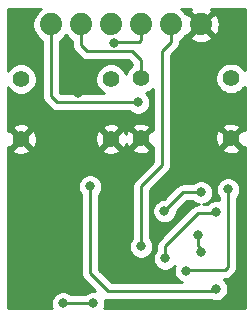
<source format=gbr>
%TF.GenerationSoftware,KiCad,Pcbnew,(5.1.9)-1*%
%TF.CreationDate,2021-04-24T16:12:05+02:00*%
%TF.ProjectId,PwdToken,50776454-6f6b-4656-9e2e-6b696361645f,rev?*%
%TF.SameCoordinates,Original*%
%TF.FileFunction,Copper,L2,Bot*%
%TF.FilePolarity,Positive*%
%FSLAX46Y46*%
G04 Gerber Fmt 4.6, Leading zero omitted, Abs format (unit mm)*
G04 Created by KiCad (PCBNEW (5.1.9)-1) date 2021-04-24 16:12:05*
%MOMM*%
%LPD*%
G01*
G04 APERTURE LIST*
%TA.AperFunction,ComponentPad*%
%ADD10C,1.397000*%
%TD*%
%TA.AperFunction,ComponentPad*%
%ADD11C,1.879600*%
%TD*%
%TA.AperFunction,ViaPad*%
%ADD12C,0.800000*%
%TD*%
%TA.AperFunction,Conductor*%
%ADD13C,0.250000*%
%TD*%
%TA.AperFunction,Conductor*%
%ADD14C,0.254000*%
%TD*%
%TA.AperFunction,Conductor*%
%ADD15C,0.100000*%
%TD*%
G04 APERTURE END LIST*
D10*
%TO.P,SW1,2*%
%TO.N,GND*%
X83820000Y-50860001D03*
%TO.P,SW1,1*%
%TO.N,Net-(J2-Pad4)*%
X83820000Y-45780001D03*
%TO.P,SW1,2*%
%TO.N,GND*%
X91440000Y-50860001D03*
%TO.P,SW1,1*%
%TO.N,Net-(J2-Pad4)*%
X91440000Y-45780001D03*
%TD*%
D11*
%TO.P,J2,6*%
%TO.N,GND*%
X99060000Y-41148000D03*
%TO.P,J2,5*%
%TO.N,VCC*%
X96520000Y-41148000D03*
%TO.P,J2,4*%
%TO.N,Net-(J2-Pad4)*%
X93980000Y-41148000D03*
%TO.P,J2,3*%
%TO.N,Net-(J2-Pad3)*%
X91440000Y-41148000D03*
%TO.P,J2,2*%
%TO.N,Net-(J2-Pad2)*%
X88900000Y-41148000D03*
%TO.P,J2,1*%
%TO.N,Net-(J2-Pad1)*%
X86360000Y-41148000D03*
%TD*%
D10*
%TO.P,SW2,2*%
%TO.N,GND*%
X93980000Y-50800000D03*
%TO.P,SW2,1*%
%TO.N,Net-(J2-Pad2)*%
X93980000Y-45720000D03*
%TO.P,SW2,2*%
%TO.N,GND*%
X101600000Y-50800000D03*
%TO.P,SW2,1*%
%TO.N,Net-(J2-Pad2)*%
X101600000Y-45720000D03*
%TD*%
D12*
%TO.N,GND*%
X84328000Y-53604010D03*
X86614000Y-60706000D03*
X88646000Y-46990000D03*
X87884000Y-44196000D03*
%TO.N,Net-(D2-Pad1)*%
X89916000Y-64770000D03*
X87376000Y-64770000D03*
%TO.N,VCC*%
X93980000Y-59944000D03*
%TO.N,Net-(R2-Pad1)*%
X96012000Y-60960000D03*
X100330000Y-57055000D03*
%TO.N,Net-(R3-Pad1)*%
X95963020Y-56944980D03*
X99060000Y-55372000D03*
%TO.N,Net-(J2-Pad4)*%
X91694000Y-42709000D03*
X89662000Y-54864000D03*
X100325347Y-63537000D03*
%TO.N,Net-(J2-Pad3)*%
X98806000Y-58965000D03*
X99060000Y-60415000D03*
%TO.N,Net-(J2-Pad2)*%
X101346000Y-55118000D03*
X97790000Y-62005000D03*
%TO.N,Net-(J2-Pad1)*%
X93726000Y-47752000D03*
%TD*%
D13*
%TO.N,Net-(D2-Pad1)*%
X89916000Y-64770000D02*
X88138000Y-64770000D01*
X88138000Y-64770000D02*
X87376000Y-64770000D01*
%TO.N,VCC*%
X93980000Y-54864000D02*
X93980000Y-59944000D01*
X95758000Y-53086000D02*
X93980000Y-54864000D01*
X95758000Y-43434000D02*
X95758000Y-53086000D01*
X96520000Y-42672000D02*
X95758000Y-43434000D01*
X96520000Y-41148000D02*
X96520000Y-42672000D01*
%TO.N,Net-(R2-Pad1)*%
X96012000Y-60960000D02*
X96012000Y-59944000D01*
X96012000Y-59944000D02*
X98806000Y-57150000D01*
X100235000Y-57150000D02*
X100330000Y-57055000D01*
X98806000Y-57150000D02*
X100235000Y-57150000D01*
%TO.N,Net-(R3-Pad1)*%
X95963020Y-56944980D02*
X97536000Y-55372000D01*
X97536000Y-55372000D02*
X98806000Y-55372000D01*
X98806000Y-55372000D02*
X99060000Y-55372000D01*
%TO.N,Net-(J2-Pad4)*%
X93980000Y-42477077D02*
X93785077Y-42672000D01*
X93980000Y-41148000D02*
X93980000Y-42477077D01*
X91731000Y-42672000D02*
X91694000Y-42709000D01*
X93785077Y-42672000D02*
X91731000Y-42672000D01*
X89662000Y-54864000D02*
X89662000Y-62230000D01*
X89662000Y-62230000D02*
X91186000Y-63754000D01*
X100108347Y-63754000D02*
X100325347Y-63537000D01*
X91186000Y-63754000D02*
X100108347Y-63754000D01*
%TO.N,Net-(J2-Pad3)*%
X98806000Y-58965000D02*
X98806000Y-59944000D01*
X99060000Y-60198000D02*
X99060000Y-60415000D01*
X98806000Y-59944000D02*
X99060000Y-60198000D01*
%TO.N,Net-(J2-Pad2)*%
X93980000Y-45720000D02*
X93980000Y-44196000D01*
X93980000Y-44196000D02*
X93218000Y-43434000D01*
X93218000Y-43434000D02*
X89408000Y-43434000D01*
X88900000Y-42926000D02*
X88900000Y-41148000D01*
X89408000Y-43434000D02*
X88900000Y-42926000D01*
X101346000Y-55118000D02*
X101346000Y-61722000D01*
X101346000Y-61722000D02*
X101092000Y-61976000D01*
X97819000Y-61976000D02*
X97790000Y-62005000D01*
X101092000Y-61976000D02*
X97819000Y-61976000D01*
%TO.N,Net-(J2-Pad1)*%
X86360000Y-47244000D02*
X86360000Y-41148000D01*
X86868000Y-47752000D02*
X86360000Y-47244000D01*
X93726000Y-47752000D02*
X86868000Y-47752000D01*
%TD*%
D14*
%TO.N,GND*%
X85356123Y-39924773D02*
X85136773Y-40144123D01*
X84964430Y-40402052D01*
X84845718Y-40688648D01*
X84785200Y-40992896D01*
X84785200Y-41303104D01*
X84845718Y-41607352D01*
X84964430Y-41893948D01*
X85136773Y-42151877D01*
X85356123Y-42371227D01*
X85600001Y-42534181D01*
X85600000Y-47206677D01*
X85596324Y-47244000D01*
X85600000Y-47281322D01*
X85600000Y-47281332D01*
X85610997Y-47392985D01*
X85631251Y-47459753D01*
X85654454Y-47536246D01*
X85725026Y-47668276D01*
X85764871Y-47716826D01*
X85819999Y-47784001D01*
X85849002Y-47807803D01*
X86304200Y-48263002D01*
X86327999Y-48292001D01*
X86443724Y-48386974D01*
X86575753Y-48457546D01*
X86719014Y-48501003D01*
X86830667Y-48512000D01*
X86830676Y-48512000D01*
X86867999Y-48515676D01*
X86905322Y-48512000D01*
X93022289Y-48512000D01*
X93066226Y-48555937D01*
X93235744Y-48669205D01*
X93424102Y-48747226D01*
X93624061Y-48787000D01*
X93827939Y-48787000D01*
X94027898Y-48747226D01*
X94216256Y-48669205D01*
X94385774Y-48555937D01*
X94529937Y-48411774D01*
X94643205Y-48242256D01*
X94721226Y-48053898D01*
X94761000Y-47853939D01*
X94761000Y-47650061D01*
X94721226Y-47450102D01*
X94643205Y-47261744D01*
X94529937Y-47092226D01*
X94419170Y-46981459D01*
X94611649Y-46901732D01*
X94830057Y-46755797D01*
X94998000Y-46587854D01*
X94998001Y-50084225D01*
X94900197Y-50059408D01*
X94159605Y-50800000D01*
X94900197Y-51540592D01*
X94998001Y-51515775D01*
X94998001Y-52771197D01*
X93469003Y-54300196D01*
X93439999Y-54323999D01*
X93399175Y-54373744D01*
X93345026Y-54439724D01*
X93279613Y-54562102D01*
X93274454Y-54571754D01*
X93230997Y-54715015D01*
X93220000Y-54826668D01*
X93220000Y-54826678D01*
X93216324Y-54864000D01*
X93220000Y-54901323D01*
X93220001Y-59240288D01*
X93176063Y-59284226D01*
X93062795Y-59453744D01*
X92984774Y-59642102D01*
X92945000Y-59842061D01*
X92945000Y-60045939D01*
X92984774Y-60245898D01*
X93062795Y-60434256D01*
X93176063Y-60603774D01*
X93320226Y-60747937D01*
X93489744Y-60861205D01*
X93678102Y-60939226D01*
X93878061Y-60979000D01*
X94081939Y-60979000D01*
X94281898Y-60939226D01*
X94470256Y-60861205D01*
X94639774Y-60747937D01*
X94783937Y-60603774D01*
X94897205Y-60434256D01*
X94975226Y-60245898D01*
X95015000Y-60045939D01*
X95015000Y-59842061D01*
X94975226Y-59642102D01*
X94897205Y-59453744D01*
X94783937Y-59284226D01*
X94740000Y-59240289D01*
X94740000Y-55178801D01*
X96269003Y-53649799D01*
X96298001Y-53626001D01*
X96392974Y-53510276D01*
X96463546Y-53378247D01*
X96507003Y-53234986D01*
X96518000Y-53123333D01*
X96518000Y-53123325D01*
X96521676Y-53086000D01*
X96518000Y-53048675D01*
X96518000Y-51720197D01*
X100859408Y-51720197D01*
X100918686Y-51953812D01*
X101156875Y-52064559D01*
X101412093Y-52126711D01*
X101674533Y-52137876D01*
X101934107Y-52097629D01*
X102180842Y-52007514D01*
X102281314Y-51953812D01*
X102340592Y-51720197D01*
X101600000Y-50979605D01*
X100859408Y-51720197D01*
X96518000Y-51720197D01*
X96518000Y-50874533D01*
X100262124Y-50874533D01*
X100302371Y-51134107D01*
X100392486Y-51380842D01*
X100446188Y-51481314D01*
X100679803Y-51540592D01*
X101420395Y-50800000D01*
X100679803Y-50059408D01*
X100446188Y-50118686D01*
X100335441Y-50356875D01*
X100273289Y-50612093D01*
X100262124Y-50874533D01*
X96518000Y-50874533D01*
X96518000Y-49879803D01*
X100859408Y-49879803D01*
X101600000Y-50620395D01*
X102340592Y-49879803D01*
X102281314Y-49646188D01*
X102043125Y-49535441D01*
X101787907Y-49473289D01*
X101525467Y-49462124D01*
X101265893Y-49502371D01*
X101019158Y-49592486D01*
X100918686Y-49646188D01*
X100859408Y-49879803D01*
X96518000Y-49879803D01*
X96518000Y-43748801D01*
X97031002Y-43235799D01*
X97060001Y-43212001D01*
X97154974Y-43096276D01*
X97225546Y-42964247D01*
X97269003Y-42820986D01*
X97280000Y-42709333D01*
X97280000Y-42709325D01*
X97283676Y-42672000D01*
X97280000Y-42634675D01*
X97280000Y-42534181D01*
X97523877Y-42371227D01*
X97654628Y-42240476D01*
X98147129Y-42240476D01*
X98235623Y-42498723D01*
X98514976Y-42633597D01*
X98815275Y-42711381D01*
X99124977Y-42729084D01*
X99432184Y-42686027D01*
X99725086Y-42583865D01*
X99884377Y-42498723D01*
X99972871Y-42240476D01*
X99060000Y-41327605D01*
X98147129Y-42240476D01*
X97654628Y-42240476D01*
X97743227Y-42151877D01*
X97834495Y-42015286D01*
X97967524Y-42060871D01*
X98880395Y-41148000D01*
X99239605Y-41148000D01*
X100152476Y-42060871D01*
X100410723Y-41972377D01*
X100545597Y-41693024D01*
X100623381Y-41392725D01*
X100641084Y-41083023D01*
X100598027Y-40775816D01*
X100495865Y-40482914D01*
X100410723Y-40323623D01*
X100152476Y-40235129D01*
X99239605Y-41148000D01*
X98880395Y-41148000D01*
X97967524Y-40235129D01*
X97834495Y-40280714D01*
X97743227Y-40144123D01*
X97523877Y-39924773D01*
X97376053Y-39826000D01*
X98225780Y-39826000D01*
X98147129Y-40055524D01*
X99060000Y-40968395D01*
X99972871Y-40055524D01*
X99894220Y-39826000D01*
X102743000Y-39826000D01*
X102743000Y-45030384D01*
X102635797Y-44869943D01*
X102450057Y-44684203D01*
X102231649Y-44538268D01*
X101988968Y-44437746D01*
X101731338Y-44386500D01*
X101468662Y-44386500D01*
X101211032Y-44437746D01*
X100968351Y-44538268D01*
X100749943Y-44684203D01*
X100564203Y-44869943D01*
X100418268Y-45088351D01*
X100317746Y-45331032D01*
X100266500Y-45588662D01*
X100266500Y-45851338D01*
X100317746Y-46108968D01*
X100418268Y-46351649D01*
X100564203Y-46570057D01*
X100749943Y-46755797D01*
X100968351Y-46901732D01*
X101211032Y-47002254D01*
X101468662Y-47053500D01*
X101731338Y-47053500D01*
X101988968Y-47002254D01*
X102231649Y-46901732D01*
X102450057Y-46755797D01*
X102635797Y-46570057D01*
X102743000Y-46409616D01*
X102743000Y-50115943D01*
X102520197Y-50059408D01*
X101779605Y-50800000D01*
X102520197Y-51540592D01*
X102743000Y-51484057D01*
X102743000Y-65151000D01*
X90878461Y-65151000D01*
X90911226Y-65071898D01*
X90951000Y-64871939D01*
X90951000Y-64668061D01*
X90911226Y-64468102D01*
X90909684Y-64464378D01*
X91037014Y-64503003D01*
X91148667Y-64514000D01*
X91148676Y-64514000D01*
X91185999Y-64517676D01*
X91223322Y-64514000D01*
X99979448Y-64514000D01*
X100023449Y-64532226D01*
X100223408Y-64572000D01*
X100427286Y-64572000D01*
X100627245Y-64532226D01*
X100815603Y-64454205D01*
X100985121Y-64340937D01*
X101129284Y-64196774D01*
X101242552Y-64027256D01*
X101320573Y-63838898D01*
X101360347Y-63638939D01*
X101360347Y-63435061D01*
X101320573Y-63235102D01*
X101242552Y-63046744D01*
X101129284Y-62877226D01*
X100988058Y-62736000D01*
X101054678Y-62736000D01*
X101092000Y-62739676D01*
X101129322Y-62736000D01*
X101129333Y-62736000D01*
X101240986Y-62725003D01*
X101384247Y-62681546D01*
X101516276Y-62610974D01*
X101632001Y-62516001D01*
X101655804Y-62486997D01*
X101856997Y-62285804D01*
X101886001Y-62262001D01*
X101980974Y-62146276D01*
X102051546Y-62014247D01*
X102095003Y-61870986D01*
X102106000Y-61759333D01*
X102106000Y-61759324D01*
X102109676Y-61722001D01*
X102106000Y-61684678D01*
X102106000Y-55821711D01*
X102149937Y-55777774D01*
X102263205Y-55608256D01*
X102341226Y-55419898D01*
X102381000Y-55219939D01*
X102381000Y-55016061D01*
X102341226Y-54816102D01*
X102263205Y-54627744D01*
X102149937Y-54458226D01*
X102005774Y-54314063D01*
X101836256Y-54200795D01*
X101647898Y-54122774D01*
X101447939Y-54083000D01*
X101244061Y-54083000D01*
X101044102Y-54122774D01*
X100855744Y-54200795D01*
X100686226Y-54314063D01*
X100542063Y-54458226D01*
X100428795Y-54627744D01*
X100350774Y-54816102D01*
X100311000Y-55016061D01*
X100311000Y-55219939D01*
X100350774Y-55419898D01*
X100428795Y-55608256D01*
X100542063Y-55777774D01*
X100586000Y-55821711D01*
X100586000Y-56050644D01*
X100431939Y-56020000D01*
X100228061Y-56020000D01*
X100028102Y-56059774D01*
X99839744Y-56137795D01*
X99670226Y-56251063D01*
X99531289Y-56390000D01*
X99247404Y-56390000D01*
X99361898Y-56367226D01*
X99550256Y-56289205D01*
X99719774Y-56175937D01*
X99863937Y-56031774D01*
X99977205Y-55862256D01*
X100055226Y-55673898D01*
X100095000Y-55473939D01*
X100095000Y-55270061D01*
X100055226Y-55070102D01*
X99977205Y-54881744D01*
X99863937Y-54712226D01*
X99719774Y-54568063D01*
X99550256Y-54454795D01*
X99361898Y-54376774D01*
X99161939Y-54337000D01*
X98958061Y-54337000D01*
X98758102Y-54376774D01*
X98569744Y-54454795D01*
X98400226Y-54568063D01*
X98356289Y-54612000D01*
X97573325Y-54612000D01*
X97536000Y-54608324D01*
X97498675Y-54612000D01*
X97498667Y-54612000D01*
X97387014Y-54622997D01*
X97243753Y-54666454D01*
X97111724Y-54737026D01*
X96995999Y-54831999D01*
X96972201Y-54860997D01*
X95923219Y-55909980D01*
X95861081Y-55909980D01*
X95661122Y-55949754D01*
X95472764Y-56027775D01*
X95303246Y-56141043D01*
X95159083Y-56285206D01*
X95045815Y-56454724D01*
X94967794Y-56643082D01*
X94928020Y-56843041D01*
X94928020Y-57046919D01*
X94967794Y-57246878D01*
X95045815Y-57435236D01*
X95159083Y-57604754D01*
X95303246Y-57748917D01*
X95472764Y-57862185D01*
X95661122Y-57940206D01*
X95861081Y-57979980D01*
X96064959Y-57979980D01*
X96264918Y-57940206D01*
X96453276Y-57862185D01*
X96622794Y-57748917D01*
X96766957Y-57604754D01*
X96880225Y-57435236D01*
X96958246Y-57246878D01*
X96998020Y-57046919D01*
X96998020Y-56984781D01*
X97850802Y-56132000D01*
X98356289Y-56132000D01*
X98400226Y-56175937D01*
X98569744Y-56289205D01*
X98758102Y-56367226D01*
X98872596Y-56390000D01*
X98843325Y-56390000D01*
X98806000Y-56386324D01*
X98768675Y-56390000D01*
X98768667Y-56390000D01*
X98657014Y-56400997D01*
X98513753Y-56444454D01*
X98381724Y-56515026D01*
X98265999Y-56609999D01*
X98242201Y-56638997D01*
X95500998Y-59380201D01*
X95472000Y-59403999D01*
X95448202Y-59432997D01*
X95448201Y-59432998D01*
X95377026Y-59519724D01*
X95306454Y-59651754D01*
X95262998Y-59795015D01*
X95248324Y-59944000D01*
X95252001Y-59981332D01*
X95252001Y-60256288D01*
X95208063Y-60300226D01*
X95094795Y-60469744D01*
X95016774Y-60658102D01*
X94977000Y-60858061D01*
X94977000Y-61061939D01*
X95016774Y-61261898D01*
X95094795Y-61450256D01*
X95208063Y-61619774D01*
X95352226Y-61763937D01*
X95521744Y-61877205D01*
X95710102Y-61955226D01*
X95910061Y-61995000D01*
X96113939Y-61995000D01*
X96313898Y-61955226D01*
X96502256Y-61877205D01*
X96671774Y-61763937D01*
X96815937Y-61619774D01*
X96851069Y-61567196D01*
X96794774Y-61703102D01*
X96755000Y-61903061D01*
X96755000Y-62106939D01*
X96794774Y-62306898D01*
X96872795Y-62495256D01*
X96986063Y-62664774D01*
X97130226Y-62808937D01*
X97299744Y-62922205D01*
X97473071Y-62994000D01*
X91500803Y-62994000D01*
X90422000Y-61915199D01*
X90422000Y-55567711D01*
X90465937Y-55523774D01*
X90579205Y-55354256D01*
X90657226Y-55165898D01*
X90697000Y-54965939D01*
X90697000Y-54762061D01*
X90657226Y-54562102D01*
X90579205Y-54373744D01*
X90465937Y-54204226D01*
X90321774Y-54060063D01*
X90152256Y-53946795D01*
X89963898Y-53868774D01*
X89763939Y-53829000D01*
X89560061Y-53829000D01*
X89360102Y-53868774D01*
X89171744Y-53946795D01*
X89002226Y-54060063D01*
X88858063Y-54204226D01*
X88744795Y-54373744D01*
X88666774Y-54562102D01*
X88627000Y-54762061D01*
X88627000Y-54965939D01*
X88666774Y-55165898D01*
X88744795Y-55354256D01*
X88858063Y-55523774D01*
X88902000Y-55567711D01*
X88902001Y-62192668D01*
X88898324Y-62230000D01*
X88912998Y-62378985D01*
X88956454Y-62522246D01*
X89027026Y-62654276D01*
X89085070Y-62725002D01*
X89122000Y-62770001D01*
X89150998Y-62793799D01*
X90110636Y-63753438D01*
X90017939Y-63735000D01*
X89814061Y-63735000D01*
X89614102Y-63774774D01*
X89425744Y-63852795D01*
X89256226Y-63966063D01*
X89212289Y-64010000D01*
X88079711Y-64010000D01*
X88035774Y-63966063D01*
X87866256Y-63852795D01*
X87677898Y-63774774D01*
X87477939Y-63735000D01*
X87274061Y-63735000D01*
X87074102Y-63774774D01*
X86885744Y-63852795D01*
X86716226Y-63966063D01*
X86572063Y-64110226D01*
X86458795Y-64279744D01*
X86380774Y-64468102D01*
X86341000Y-64668061D01*
X86341000Y-64871939D01*
X86380774Y-65071898D01*
X86413539Y-65151000D01*
X82677000Y-65151000D01*
X82677000Y-51780198D01*
X83079408Y-51780198D01*
X83138686Y-52013813D01*
X83376875Y-52124560D01*
X83632093Y-52186712D01*
X83894533Y-52197877D01*
X84154107Y-52157630D01*
X84400842Y-52067515D01*
X84501314Y-52013813D01*
X84560592Y-51780198D01*
X90699408Y-51780198D01*
X90758686Y-52013813D01*
X90996875Y-52124560D01*
X91252093Y-52186712D01*
X91514533Y-52197877D01*
X91774107Y-52157630D01*
X92020842Y-52067515D01*
X92121314Y-52013813D01*
X92180592Y-51780198D01*
X92120591Y-51720197D01*
X93239408Y-51720197D01*
X93298686Y-51953812D01*
X93536875Y-52064559D01*
X93792093Y-52126711D01*
X94054533Y-52137876D01*
X94314107Y-52097629D01*
X94560842Y-52007514D01*
X94661314Y-51953812D01*
X94720592Y-51720197D01*
X93980000Y-50979605D01*
X93239408Y-51720197D01*
X92120591Y-51720197D01*
X91440000Y-51039606D01*
X90699408Y-51780198D01*
X84560592Y-51780198D01*
X83820000Y-51039606D01*
X83079408Y-51780198D01*
X82677000Y-51780198D01*
X82677000Y-51544058D01*
X82899803Y-51600593D01*
X83640395Y-50860001D01*
X83999605Y-50860001D01*
X84740197Y-51600593D01*
X84973812Y-51541315D01*
X85084559Y-51303126D01*
X85146711Y-51047908D01*
X85151534Y-50934534D01*
X90102124Y-50934534D01*
X90142371Y-51194108D01*
X90232486Y-51440843D01*
X90286188Y-51541315D01*
X90519803Y-51600593D01*
X91260395Y-50860001D01*
X91619605Y-50860001D01*
X92360197Y-51600593D01*
X92593812Y-51541315D01*
X92704559Y-51303126D01*
X92720378Y-51238169D01*
X92772486Y-51380842D01*
X92826188Y-51481314D01*
X93059803Y-51540592D01*
X93800395Y-50800000D01*
X93059803Y-50059408D01*
X92826188Y-50118686D01*
X92715441Y-50356875D01*
X92699622Y-50421832D01*
X92647514Y-50279159D01*
X92593812Y-50178687D01*
X92360197Y-50119409D01*
X91619605Y-50860001D01*
X91260395Y-50860001D01*
X90519803Y-50119409D01*
X90286188Y-50178687D01*
X90175441Y-50416876D01*
X90113289Y-50672094D01*
X90102124Y-50934534D01*
X85151534Y-50934534D01*
X85157876Y-50785468D01*
X85117629Y-50525894D01*
X85027514Y-50279159D01*
X84973812Y-50178687D01*
X84740197Y-50119409D01*
X83999605Y-50860001D01*
X83640395Y-50860001D01*
X82899803Y-50119409D01*
X82677000Y-50175944D01*
X82677000Y-49939804D01*
X83079408Y-49939804D01*
X83820000Y-50680396D01*
X84560592Y-49939804D01*
X90699408Y-49939804D01*
X91440000Y-50680396D01*
X92180592Y-49939804D01*
X92165368Y-49879803D01*
X93239408Y-49879803D01*
X93980000Y-50620395D01*
X94720592Y-49879803D01*
X94661314Y-49646188D01*
X94423125Y-49535441D01*
X94167907Y-49473289D01*
X93905467Y-49462124D01*
X93645893Y-49502371D01*
X93399158Y-49592486D01*
X93298686Y-49646188D01*
X93239408Y-49879803D01*
X92165368Y-49879803D01*
X92121314Y-49706189D01*
X91883125Y-49595442D01*
X91627907Y-49533290D01*
X91365467Y-49522125D01*
X91105893Y-49562372D01*
X90859158Y-49652487D01*
X90758686Y-49706189D01*
X90699408Y-49939804D01*
X84560592Y-49939804D01*
X84501314Y-49706189D01*
X84263125Y-49595442D01*
X84007907Y-49533290D01*
X83745467Y-49522125D01*
X83485893Y-49562372D01*
X83239158Y-49652487D01*
X83138686Y-49706189D01*
X83079408Y-49939804D01*
X82677000Y-49939804D01*
X82677000Y-46469617D01*
X82784203Y-46630058D01*
X82969943Y-46815798D01*
X83188351Y-46961733D01*
X83431032Y-47062255D01*
X83688662Y-47113501D01*
X83951338Y-47113501D01*
X84208968Y-47062255D01*
X84451649Y-46961733D01*
X84670057Y-46815798D01*
X84855797Y-46630058D01*
X85001732Y-46411650D01*
X85102254Y-46168969D01*
X85153500Y-45911339D01*
X85153500Y-45648663D01*
X85102254Y-45391033D01*
X85001732Y-45148352D01*
X84855797Y-44929944D01*
X84670057Y-44744204D01*
X84451649Y-44598269D01*
X84208968Y-44497747D01*
X83951338Y-44446501D01*
X83688662Y-44446501D01*
X83431032Y-44497747D01*
X83188351Y-44598269D01*
X82969943Y-44744204D01*
X82784203Y-44929944D01*
X82677000Y-45090385D01*
X82677000Y-39826000D01*
X85503947Y-39826000D01*
X85356123Y-39924773D01*
%TA.AperFunction,Conductor*%
D15*
G36*
X85356123Y-39924773D02*
G01*
X85136773Y-40144123D01*
X84964430Y-40402052D01*
X84845718Y-40688648D01*
X84785200Y-40992896D01*
X84785200Y-41303104D01*
X84845718Y-41607352D01*
X84964430Y-41893948D01*
X85136773Y-42151877D01*
X85356123Y-42371227D01*
X85600001Y-42534181D01*
X85600000Y-47206677D01*
X85596324Y-47244000D01*
X85600000Y-47281322D01*
X85600000Y-47281332D01*
X85610997Y-47392985D01*
X85631251Y-47459753D01*
X85654454Y-47536246D01*
X85725026Y-47668276D01*
X85764871Y-47716826D01*
X85819999Y-47784001D01*
X85849002Y-47807803D01*
X86304200Y-48263002D01*
X86327999Y-48292001D01*
X86443724Y-48386974D01*
X86575753Y-48457546D01*
X86719014Y-48501003D01*
X86830667Y-48512000D01*
X86830676Y-48512000D01*
X86867999Y-48515676D01*
X86905322Y-48512000D01*
X93022289Y-48512000D01*
X93066226Y-48555937D01*
X93235744Y-48669205D01*
X93424102Y-48747226D01*
X93624061Y-48787000D01*
X93827939Y-48787000D01*
X94027898Y-48747226D01*
X94216256Y-48669205D01*
X94385774Y-48555937D01*
X94529937Y-48411774D01*
X94643205Y-48242256D01*
X94721226Y-48053898D01*
X94761000Y-47853939D01*
X94761000Y-47650061D01*
X94721226Y-47450102D01*
X94643205Y-47261744D01*
X94529937Y-47092226D01*
X94419170Y-46981459D01*
X94611649Y-46901732D01*
X94830057Y-46755797D01*
X94998000Y-46587854D01*
X94998001Y-50084225D01*
X94900197Y-50059408D01*
X94159605Y-50800000D01*
X94900197Y-51540592D01*
X94998001Y-51515775D01*
X94998001Y-52771197D01*
X93469003Y-54300196D01*
X93439999Y-54323999D01*
X93399175Y-54373744D01*
X93345026Y-54439724D01*
X93279613Y-54562102D01*
X93274454Y-54571754D01*
X93230997Y-54715015D01*
X93220000Y-54826668D01*
X93220000Y-54826678D01*
X93216324Y-54864000D01*
X93220000Y-54901323D01*
X93220001Y-59240288D01*
X93176063Y-59284226D01*
X93062795Y-59453744D01*
X92984774Y-59642102D01*
X92945000Y-59842061D01*
X92945000Y-60045939D01*
X92984774Y-60245898D01*
X93062795Y-60434256D01*
X93176063Y-60603774D01*
X93320226Y-60747937D01*
X93489744Y-60861205D01*
X93678102Y-60939226D01*
X93878061Y-60979000D01*
X94081939Y-60979000D01*
X94281898Y-60939226D01*
X94470256Y-60861205D01*
X94639774Y-60747937D01*
X94783937Y-60603774D01*
X94897205Y-60434256D01*
X94975226Y-60245898D01*
X95015000Y-60045939D01*
X95015000Y-59842061D01*
X94975226Y-59642102D01*
X94897205Y-59453744D01*
X94783937Y-59284226D01*
X94740000Y-59240289D01*
X94740000Y-55178801D01*
X96269003Y-53649799D01*
X96298001Y-53626001D01*
X96392974Y-53510276D01*
X96463546Y-53378247D01*
X96507003Y-53234986D01*
X96518000Y-53123333D01*
X96518000Y-53123325D01*
X96521676Y-53086000D01*
X96518000Y-53048675D01*
X96518000Y-51720197D01*
X100859408Y-51720197D01*
X100918686Y-51953812D01*
X101156875Y-52064559D01*
X101412093Y-52126711D01*
X101674533Y-52137876D01*
X101934107Y-52097629D01*
X102180842Y-52007514D01*
X102281314Y-51953812D01*
X102340592Y-51720197D01*
X101600000Y-50979605D01*
X100859408Y-51720197D01*
X96518000Y-51720197D01*
X96518000Y-50874533D01*
X100262124Y-50874533D01*
X100302371Y-51134107D01*
X100392486Y-51380842D01*
X100446188Y-51481314D01*
X100679803Y-51540592D01*
X101420395Y-50800000D01*
X100679803Y-50059408D01*
X100446188Y-50118686D01*
X100335441Y-50356875D01*
X100273289Y-50612093D01*
X100262124Y-50874533D01*
X96518000Y-50874533D01*
X96518000Y-49879803D01*
X100859408Y-49879803D01*
X101600000Y-50620395D01*
X102340592Y-49879803D01*
X102281314Y-49646188D01*
X102043125Y-49535441D01*
X101787907Y-49473289D01*
X101525467Y-49462124D01*
X101265893Y-49502371D01*
X101019158Y-49592486D01*
X100918686Y-49646188D01*
X100859408Y-49879803D01*
X96518000Y-49879803D01*
X96518000Y-43748801D01*
X97031002Y-43235799D01*
X97060001Y-43212001D01*
X97154974Y-43096276D01*
X97225546Y-42964247D01*
X97269003Y-42820986D01*
X97280000Y-42709333D01*
X97280000Y-42709325D01*
X97283676Y-42672000D01*
X97280000Y-42634675D01*
X97280000Y-42534181D01*
X97523877Y-42371227D01*
X97654628Y-42240476D01*
X98147129Y-42240476D01*
X98235623Y-42498723D01*
X98514976Y-42633597D01*
X98815275Y-42711381D01*
X99124977Y-42729084D01*
X99432184Y-42686027D01*
X99725086Y-42583865D01*
X99884377Y-42498723D01*
X99972871Y-42240476D01*
X99060000Y-41327605D01*
X98147129Y-42240476D01*
X97654628Y-42240476D01*
X97743227Y-42151877D01*
X97834495Y-42015286D01*
X97967524Y-42060871D01*
X98880395Y-41148000D01*
X99239605Y-41148000D01*
X100152476Y-42060871D01*
X100410723Y-41972377D01*
X100545597Y-41693024D01*
X100623381Y-41392725D01*
X100641084Y-41083023D01*
X100598027Y-40775816D01*
X100495865Y-40482914D01*
X100410723Y-40323623D01*
X100152476Y-40235129D01*
X99239605Y-41148000D01*
X98880395Y-41148000D01*
X97967524Y-40235129D01*
X97834495Y-40280714D01*
X97743227Y-40144123D01*
X97523877Y-39924773D01*
X97376053Y-39826000D01*
X98225780Y-39826000D01*
X98147129Y-40055524D01*
X99060000Y-40968395D01*
X99972871Y-40055524D01*
X99894220Y-39826000D01*
X102743000Y-39826000D01*
X102743000Y-45030384D01*
X102635797Y-44869943D01*
X102450057Y-44684203D01*
X102231649Y-44538268D01*
X101988968Y-44437746D01*
X101731338Y-44386500D01*
X101468662Y-44386500D01*
X101211032Y-44437746D01*
X100968351Y-44538268D01*
X100749943Y-44684203D01*
X100564203Y-44869943D01*
X100418268Y-45088351D01*
X100317746Y-45331032D01*
X100266500Y-45588662D01*
X100266500Y-45851338D01*
X100317746Y-46108968D01*
X100418268Y-46351649D01*
X100564203Y-46570057D01*
X100749943Y-46755797D01*
X100968351Y-46901732D01*
X101211032Y-47002254D01*
X101468662Y-47053500D01*
X101731338Y-47053500D01*
X101988968Y-47002254D01*
X102231649Y-46901732D01*
X102450057Y-46755797D01*
X102635797Y-46570057D01*
X102743000Y-46409616D01*
X102743000Y-50115943D01*
X102520197Y-50059408D01*
X101779605Y-50800000D01*
X102520197Y-51540592D01*
X102743000Y-51484057D01*
X102743000Y-65151000D01*
X90878461Y-65151000D01*
X90911226Y-65071898D01*
X90951000Y-64871939D01*
X90951000Y-64668061D01*
X90911226Y-64468102D01*
X90909684Y-64464378D01*
X91037014Y-64503003D01*
X91148667Y-64514000D01*
X91148676Y-64514000D01*
X91185999Y-64517676D01*
X91223322Y-64514000D01*
X99979448Y-64514000D01*
X100023449Y-64532226D01*
X100223408Y-64572000D01*
X100427286Y-64572000D01*
X100627245Y-64532226D01*
X100815603Y-64454205D01*
X100985121Y-64340937D01*
X101129284Y-64196774D01*
X101242552Y-64027256D01*
X101320573Y-63838898D01*
X101360347Y-63638939D01*
X101360347Y-63435061D01*
X101320573Y-63235102D01*
X101242552Y-63046744D01*
X101129284Y-62877226D01*
X100988058Y-62736000D01*
X101054678Y-62736000D01*
X101092000Y-62739676D01*
X101129322Y-62736000D01*
X101129333Y-62736000D01*
X101240986Y-62725003D01*
X101384247Y-62681546D01*
X101516276Y-62610974D01*
X101632001Y-62516001D01*
X101655804Y-62486997D01*
X101856997Y-62285804D01*
X101886001Y-62262001D01*
X101980974Y-62146276D01*
X102051546Y-62014247D01*
X102095003Y-61870986D01*
X102106000Y-61759333D01*
X102106000Y-61759324D01*
X102109676Y-61722001D01*
X102106000Y-61684678D01*
X102106000Y-55821711D01*
X102149937Y-55777774D01*
X102263205Y-55608256D01*
X102341226Y-55419898D01*
X102381000Y-55219939D01*
X102381000Y-55016061D01*
X102341226Y-54816102D01*
X102263205Y-54627744D01*
X102149937Y-54458226D01*
X102005774Y-54314063D01*
X101836256Y-54200795D01*
X101647898Y-54122774D01*
X101447939Y-54083000D01*
X101244061Y-54083000D01*
X101044102Y-54122774D01*
X100855744Y-54200795D01*
X100686226Y-54314063D01*
X100542063Y-54458226D01*
X100428795Y-54627744D01*
X100350774Y-54816102D01*
X100311000Y-55016061D01*
X100311000Y-55219939D01*
X100350774Y-55419898D01*
X100428795Y-55608256D01*
X100542063Y-55777774D01*
X100586000Y-55821711D01*
X100586000Y-56050644D01*
X100431939Y-56020000D01*
X100228061Y-56020000D01*
X100028102Y-56059774D01*
X99839744Y-56137795D01*
X99670226Y-56251063D01*
X99531289Y-56390000D01*
X99247404Y-56390000D01*
X99361898Y-56367226D01*
X99550256Y-56289205D01*
X99719774Y-56175937D01*
X99863937Y-56031774D01*
X99977205Y-55862256D01*
X100055226Y-55673898D01*
X100095000Y-55473939D01*
X100095000Y-55270061D01*
X100055226Y-55070102D01*
X99977205Y-54881744D01*
X99863937Y-54712226D01*
X99719774Y-54568063D01*
X99550256Y-54454795D01*
X99361898Y-54376774D01*
X99161939Y-54337000D01*
X98958061Y-54337000D01*
X98758102Y-54376774D01*
X98569744Y-54454795D01*
X98400226Y-54568063D01*
X98356289Y-54612000D01*
X97573325Y-54612000D01*
X97536000Y-54608324D01*
X97498675Y-54612000D01*
X97498667Y-54612000D01*
X97387014Y-54622997D01*
X97243753Y-54666454D01*
X97111724Y-54737026D01*
X96995999Y-54831999D01*
X96972201Y-54860997D01*
X95923219Y-55909980D01*
X95861081Y-55909980D01*
X95661122Y-55949754D01*
X95472764Y-56027775D01*
X95303246Y-56141043D01*
X95159083Y-56285206D01*
X95045815Y-56454724D01*
X94967794Y-56643082D01*
X94928020Y-56843041D01*
X94928020Y-57046919D01*
X94967794Y-57246878D01*
X95045815Y-57435236D01*
X95159083Y-57604754D01*
X95303246Y-57748917D01*
X95472764Y-57862185D01*
X95661122Y-57940206D01*
X95861081Y-57979980D01*
X96064959Y-57979980D01*
X96264918Y-57940206D01*
X96453276Y-57862185D01*
X96622794Y-57748917D01*
X96766957Y-57604754D01*
X96880225Y-57435236D01*
X96958246Y-57246878D01*
X96998020Y-57046919D01*
X96998020Y-56984781D01*
X97850802Y-56132000D01*
X98356289Y-56132000D01*
X98400226Y-56175937D01*
X98569744Y-56289205D01*
X98758102Y-56367226D01*
X98872596Y-56390000D01*
X98843325Y-56390000D01*
X98806000Y-56386324D01*
X98768675Y-56390000D01*
X98768667Y-56390000D01*
X98657014Y-56400997D01*
X98513753Y-56444454D01*
X98381724Y-56515026D01*
X98265999Y-56609999D01*
X98242201Y-56638997D01*
X95500998Y-59380201D01*
X95472000Y-59403999D01*
X95448202Y-59432997D01*
X95448201Y-59432998D01*
X95377026Y-59519724D01*
X95306454Y-59651754D01*
X95262998Y-59795015D01*
X95248324Y-59944000D01*
X95252001Y-59981332D01*
X95252001Y-60256288D01*
X95208063Y-60300226D01*
X95094795Y-60469744D01*
X95016774Y-60658102D01*
X94977000Y-60858061D01*
X94977000Y-61061939D01*
X95016774Y-61261898D01*
X95094795Y-61450256D01*
X95208063Y-61619774D01*
X95352226Y-61763937D01*
X95521744Y-61877205D01*
X95710102Y-61955226D01*
X95910061Y-61995000D01*
X96113939Y-61995000D01*
X96313898Y-61955226D01*
X96502256Y-61877205D01*
X96671774Y-61763937D01*
X96815937Y-61619774D01*
X96851069Y-61567196D01*
X96794774Y-61703102D01*
X96755000Y-61903061D01*
X96755000Y-62106939D01*
X96794774Y-62306898D01*
X96872795Y-62495256D01*
X96986063Y-62664774D01*
X97130226Y-62808937D01*
X97299744Y-62922205D01*
X97473071Y-62994000D01*
X91500803Y-62994000D01*
X90422000Y-61915199D01*
X90422000Y-55567711D01*
X90465937Y-55523774D01*
X90579205Y-55354256D01*
X90657226Y-55165898D01*
X90697000Y-54965939D01*
X90697000Y-54762061D01*
X90657226Y-54562102D01*
X90579205Y-54373744D01*
X90465937Y-54204226D01*
X90321774Y-54060063D01*
X90152256Y-53946795D01*
X89963898Y-53868774D01*
X89763939Y-53829000D01*
X89560061Y-53829000D01*
X89360102Y-53868774D01*
X89171744Y-53946795D01*
X89002226Y-54060063D01*
X88858063Y-54204226D01*
X88744795Y-54373744D01*
X88666774Y-54562102D01*
X88627000Y-54762061D01*
X88627000Y-54965939D01*
X88666774Y-55165898D01*
X88744795Y-55354256D01*
X88858063Y-55523774D01*
X88902000Y-55567711D01*
X88902001Y-62192668D01*
X88898324Y-62230000D01*
X88912998Y-62378985D01*
X88956454Y-62522246D01*
X89027026Y-62654276D01*
X89085070Y-62725002D01*
X89122000Y-62770001D01*
X89150998Y-62793799D01*
X90110636Y-63753438D01*
X90017939Y-63735000D01*
X89814061Y-63735000D01*
X89614102Y-63774774D01*
X89425744Y-63852795D01*
X89256226Y-63966063D01*
X89212289Y-64010000D01*
X88079711Y-64010000D01*
X88035774Y-63966063D01*
X87866256Y-63852795D01*
X87677898Y-63774774D01*
X87477939Y-63735000D01*
X87274061Y-63735000D01*
X87074102Y-63774774D01*
X86885744Y-63852795D01*
X86716226Y-63966063D01*
X86572063Y-64110226D01*
X86458795Y-64279744D01*
X86380774Y-64468102D01*
X86341000Y-64668061D01*
X86341000Y-64871939D01*
X86380774Y-65071898D01*
X86413539Y-65151000D01*
X82677000Y-65151000D01*
X82677000Y-51780198D01*
X83079408Y-51780198D01*
X83138686Y-52013813D01*
X83376875Y-52124560D01*
X83632093Y-52186712D01*
X83894533Y-52197877D01*
X84154107Y-52157630D01*
X84400842Y-52067515D01*
X84501314Y-52013813D01*
X84560592Y-51780198D01*
X90699408Y-51780198D01*
X90758686Y-52013813D01*
X90996875Y-52124560D01*
X91252093Y-52186712D01*
X91514533Y-52197877D01*
X91774107Y-52157630D01*
X92020842Y-52067515D01*
X92121314Y-52013813D01*
X92180592Y-51780198D01*
X92120591Y-51720197D01*
X93239408Y-51720197D01*
X93298686Y-51953812D01*
X93536875Y-52064559D01*
X93792093Y-52126711D01*
X94054533Y-52137876D01*
X94314107Y-52097629D01*
X94560842Y-52007514D01*
X94661314Y-51953812D01*
X94720592Y-51720197D01*
X93980000Y-50979605D01*
X93239408Y-51720197D01*
X92120591Y-51720197D01*
X91440000Y-51039606D01*
X90699408Y-51780198D01*
X84560592Y-51780198D01*
X83820000Y-51039606D01*
X83079408Y-51780198D01*
X82677000Y-51780198D01*
X82677000Y-51544058D01*
X82899803Y-51600593D01*
X83640395Y-50860001D01*
X83999605Y-50860001D01*
X84740197Y-51600593D01*
X84973812Y-51541315D01*
X85084559Y-51303126D01*
X85146711Y-51047908D01*
X85151534Y-50934534D01*
X90102124Y-50934534D01*
X90142371Y-51194108D01*
X90232486Y-51440843D01*
X90286188Y-51541315D01*
X90519803Y-51600593D01*
X91260395Y-50860001D01*
X91619605Y-50860001D01*
X92360197Y-51600593D01*
X92593812Y-51541315D01*
X92704559Y-51303126D01*
X92720378Y-51238169D01*
X92772486Y-51380842D01*
X92826188Y-51481314D01*
X93059803Y-51540592D01*
X93800395Y-50800000D01*
X93059803Y-50059408D01*
X92826188Y-50118686D01*
X92715441Y-50356875D01*
X92699622Y-50421832D01*
X92647514Y-50279159D01*
X92593812Y-50178687D01*
X92360197Y-50119409D01*
X91619605Y-50860001D01*
X91260395Y-50860001D01*
X90519803Y-50119409D01*
X90286188Y-50178687D01*
X90175441Y-50416876D01*
X90113289Y-50672094D01*
X90102124Y-50934534D01*
X85151534Y-50934534D01*
X85157876Y-50785468D01*
X85117629Y-50525894D01*
X85027514Y-50279159D01*
X84973812Y-50178687D01*
X84740197Y-50119409D01*
X83999605Y-50860001D01*
X83640395Y-50860001D01*
X82899803Y-50119409D01*
X82677000Y-50175944D01*
X82677000Y-49939804D01*
X83079408Y-49939804D01*
X83820000Y-50680396D01*
X84560592Y-49939804D01*
X90699408Y-49939804D01*
X91440000Y-50680396D01*
X92180592Y-49939804D01*
X92165368Y-49879803D01*
X93239408Y-49879803D01*
X93980000Y-50620395D01*
X94720592Y-49879803D01*
X94661314Y-49646188D01*
X94423125Y-49535441D01*
X94167907Y-49473289D01*
X93905467Y-49462124D01*
X93645893Y-49502371D01*
X93399158Y-49592486D01*
X93298686Y-49646188D01*
X93239408Y-49879803D01*
X92165368Y-49879803D01*
X92121314Y-49706189D01*
X91883125Y-49595442D01*
X91627907Y-49533290D01*
X91365467Y-49522125D01*
X91105893Y-49562372D01*
X90859158Y-49652487D01*
X90758686Y-49706189D01*
X90699408Y-49939804D01*
X84560592Y-49939804D01*
X84501314Y-49706189D01*
X84263125Y-49595442D01*
X84007907Y-49533290D01*
X83745467Y-49522125D01*
X83485893Y-49562372D01*
X83239158Y-49652487D01*
X83138686Y-49706189D01*
X83079408Y-49939804D01*
X82677000Y-49939804D01*
X82677000Y-46469617D01*
X82784203Y-46630058D01*
X82969943Y-46815798D01*
X83188351Y-46961733D01*
X83431032Y-47062255D01*
X83688662Y-47113501D01*
X83951338Y-47113501D01*
X84208968Y-47062255D01*
X84451649Y-46961733D01*
X84670057Y-46815798D01*
X84855797Y-46630058D01*
X85001732Y-46411650D01*
X85102254Y-46168969D01*
X85153500Y-45911339D01*
X85153500Y-45648663D01*
X85102254Y-45391033D01*
X85001732Y-45148352D01*
X84855797Y-44929944D01*
X84670057Y-44744204D01*
X84451649Y-44598269D01*
X84208968Y-44497747D01*
X83951338Y-44446501D01*
X83688662Y-44446501D01*
X83431032Y-44497747D01*
X83188351Y-44598269D01*
X82969943Y-44744204D01*
X82784203Y-44929944D01*
X82677000Y-45090385D01*
X82677000Y-39826000D01*
X85503947Y-39826000D01*
X85356123Y-39924773D01*
G37*
%TD.AperFunction*%
D14*
X87676773Y-42151877D02*
X87896123Y-42371227D01*
X88140000Y-42534181D01*
X88140000Y-42888677D01*
X88136324Y-42926000D01*
X88140000Y-42963322D01*
X88140000Y-42963332D01*
X88150997Y-43074985D01*
X88188694Y-43199256D01*
X88194454Y-43218246D01*
X88265026Y-43350276D01*
X88303099Y-43396667D01*
X88359999Y-43466001D01*
X88389002Y-43489803D01*
X88844200Y-43945002D01*
X88867999Y-43974001D01*
X88983724Y-44068974D01*
X89115753Y-44139546D01*
X89259014Y-44183003D01*
X89370667Y-44194000D01*
X89370676Y-44194000D01*
X89407999Y-44197676D01*
X89445322Y-44194000D01*
X92903199Y-44194000D01*
X93220001Y-44510802D01*
X93220001Y-44624029D01*
X93129943Y-44684203D01*
X92944203Y-44869943D01*
X92798268Y-45088351D01*
X92697746Y-45331032D01*
X92697634Y-45331595D01*
X92621732Y-45148352D01*
X92475797Y-44929944D01*
X92290057Y-44744204D01*
X92071649Y-44598269D01*
X91828968Y-44497747D01*
X91571338Y-44446501D01*
X91308662Y-44446501D01*
X91051032Y-44497747D01*
X90808351Y-44598269D01*
X90589943Y-44744204D01*
X90404203Y-44929944D01*
X90258268Y-45148352D01*
X90157746Y-45391033D01*
X90106500Y-45648663D01*
X90106500Y-45911339D01*
X90157746Y-46168969D01*
X90258268Y-46411650D01*
X90404203Y-46630058D01*
X90589943Y-46815798D01*
X90808351Y-46961733D01*
X90881422Y-46992000D01*
X87182802Y-46992000D01*
X87120000Y-46929199D01*
X87120000Y-42534181D01*
X87363877Y-42371227D01*
X87583227Y-42151877D01*
X87630000Y-42081876D01*
X87676773Y-42151877D01*
%TA.AperFunction,Conductor*%
D15*
G36*
X87676773Y-42151877D02*
G01*
X87896123Y-42371227D01*
X88140000Y-42534181D01*
X88140000Y-42888677D01*
X88136324Y-42926000D01*
X88140000Y-42963322D01*
X88140000Y-42963332D01*
X88150997Y-43074985D01*
X88188694Y-43199256D01*
X88194454Y-43218246D01*
X88265026Y-43350276D01*
X88303099Y-43396667D01*
X88359999Y-43466001D01*
X88389002Y-43489803D01*
X88844200Y-43945002D01*
X88867999Y-43974001D01*
X88983724Y-44068974D01*
X89115753Y-44139546D01*
X89259014Y-44183003D01*
X89370667Y-44194000D01*
X89370676Y-44194000D01*
X89407999Y-44197676D01*
X89445322Y-44194000D01*
X92903199Y-44194000D01*
X93220001Y-44510802D01*
X93220001Y-44624029D01*
X93129943Y-44684203D01*
X92944203Y-44869943D01*
X92798268Y-45088351D01*
X92697746Y-45331032D01*
X92697634Y-45331595D01*
X92621732Y-45148352D01*
X92475797Y-44929944D01*
X92290057Y-44744204D01*
X92071649Y-44598269D01*
X91828968Y-44497747D01*
X91571338Y-44446501D01*
X91308662Y-44446501D01*
X91051032Y-44497747D01*
X90808351Y-44598269D01*
X90589943Y-44744204D01*
X90404203Y-44929944D01*
X90258268Y-45148352D01*
X90157746Y-45391033D01*
X90106500Y-45648663D01*
X90106500Y-45911339D01*
X90157746Y-46168969D01*
X90258268Y-46411650D01*
X90404203Y-46630058D01*
X90589943Y-46815798D01*
X90808351Y-46961733D01*
X90881422Y-46992000D01*
X87182802Y-46992000D01*
X87120000Y-46929199D01*
X87120000Y-42534181D01*
X87363877Y-42371227D01*
X87583227Y-42151877D01*
X87630000Y-42081876D01*
X87676773Y-42151877D01*
G37*
%TD.AperFunction*%
%TD*%
M02*

</source>
